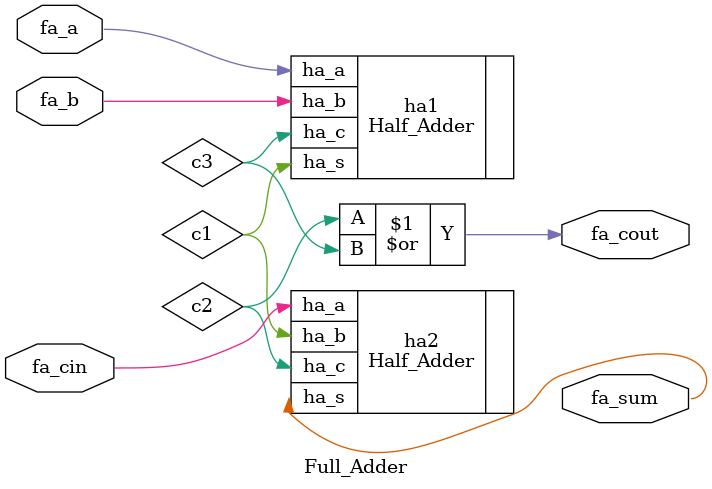
<source format=v>
`timescale 1ns / 1ns

module Full_Adder (
input fa_a,
input fa_b,
input fa_cin,
output fa_sum,
output fa_cout
);


wire c1,c2,c3;


Half_Adder ha1(
.ha_a(fa_a),
.ha_b(fa_b),
.ha_c(c3),
.ha_s(c1)
);


Half_Adder ha2(
.ha_a(fa_cin),
.ha_b(c1),
.ha_c(c2),
.ha_s(fa_sum)
);


assign fa_cout = c2|c3;



endmodule

</source>
